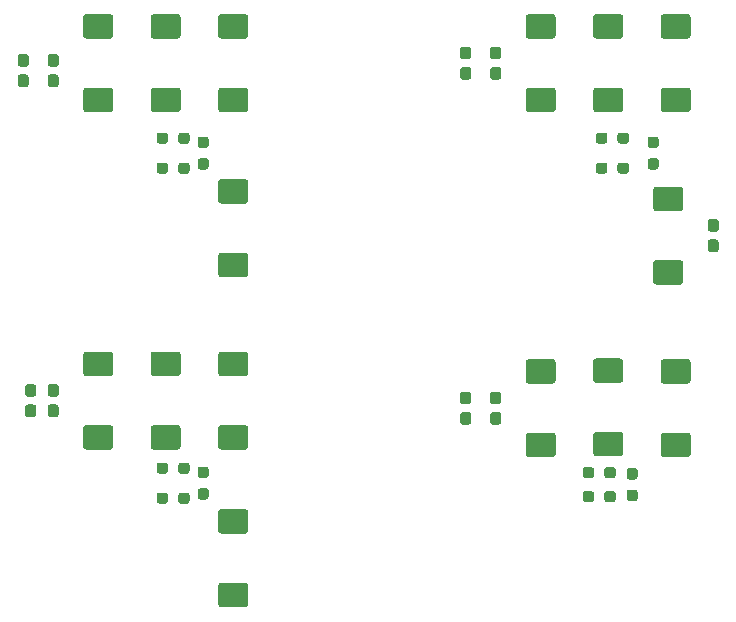
<source format=gbp>
%TF.GenerationSoftware,KiCad,Pcbnew,5.1.9+dfsg1-1*%
%TF.CreationDate,2021-04-28T20:37:39+02:00*%
%TF.ProjectId,Power_Board-2021,506f7765-725f-4426-9f61-72642d323032,rev?*%
%TF.SameCoordinates,Original*%
%TF.FileFunction,Paste,Bot*%
%TF.FilePolarity,Positive*%
%FSLAX46Y46*%
G04 Gerber Fmt 4.6, Leading zero omitted, Abs format (unit mm)*
G04 Created by KiCad (PCBNEW 5.1.9+dfsg1-1) date 2021-04-28 20:37:39*
%MOMM*%
%LPD*%
G01*
G04 APERTURE LIST*
G04 APERTURE END LIST*
%TO.C,C2002*%
G36*
G01*
X170425000Y-114470000D02*
X172475000Y-114470000D01*
G75*
G02*
X172725000Y-114720000I0J-250000D01*
G01*
X172725000Y-116295000D01*
G75*
G02*
X172475000Y-116545000I-250000J0D01*
G01*
X170425000Y-116545000D01*
G75*
G02*
X170175000Y-116295000I0J250000D01*
G01*
X170175000Y-114720000D01*
G75*
G02*
X170425000Y-114470000I250000J0D01*
G01*
G37*
G36*
G01*
X170425000Y-108245000D02*
X172475000Y-108245000D01*
G75*
G02*
X172725000Y-108495000I0J-250000D01*
G01*
X172725000Y-110070000D01*
G75*
G02*
X172475000Y-110320000I-250000J0D01*
G01*
X170425000Y-110320000D01*
G75*
G02*
X170175000Y-110070000I0J250000D01*
G01*
X170175000Y-108495000D01*
G75*
G02*
X170425000Y-108245000I250000J0D01*
G01*
G37*
%TD*%
%TO.C,C2006*%
G36*
G01*
X161045000Y-103210000D02*
X158995000Y-103210000D01*
G75*
G02*
X158745000Y-102960000I0J250000D01*
G01*
X158745000Y-101385000D01*
G75*
G02*
X158995000Y-101135000I250000J0D01*
G01*
X161045000Y-101135000D01*
G75*
G02*
X161295000Y-101385000I0J-250000D01*
G01*
X161295000Y-102960000D01*
G75*
G02*
X161045000Y-103210000I-250000J0D01*
G01*
G37*
G36*
G01*
X161045000Y-96985000D02*
X158995000Y-96985000D01*
G75*
G02*
X158745000Y-96735000I0J250000D01*
G01*
X158745000Y-95160000D01*
G75*
G02*
X158995000Y-94910000I250000J0D01*
G01*
X161045000Y-94910000D01*
G75*
G02*
X161295000Y-95160000I0J-250000D01*
G01*
X161295000Y-96735000D01*
G75*
G02*
X161045000Y-96985000I-250000J0D01*
G01*
G37*
%TD*%
%TO.C,C2008*%
G36*
G01*
X166760000Y-96985000D02*
X164710000Y-96985000D01*
G75*
G02*
X164460000Y-96735000I0J250000D01*
G01*
X164460000Y-95160000D01*
G75*
G02*
X164710000Y-94910000I250000J0D01*
G01*
X166760000Y-94910000D01*
G75*
G02*
X167010000Y-95160000I0J-250000D01*
G01*
X167010000Y-96735000D01*
G75*
G02*
X166760000Y-96985000I-250000J0D01*
G01*
G37*
G36*
G01*
X166760000Y-103210000D02*
X164710000Y-103210000D01*
G75*
G02*
X164460000Y-102960000I0J250000D01*
G01*
X164460000Y-101385000D01*
G75*
G02*
X164710000Y-101135000I250000J0D01*
G01*
X166760000Y-101135000D01*
G75*
G02*
X167010000Y-101385000I0J-250000D01*
G01*
X167010000Y-102960000D01*
G75*
G02*
X166760000Y-103210000I-250000J0D01*
G01*
G37*
%TD*%
%TO.C,C2010*%
G36*
G01*
X156447500Y-100460000D02*
X155972500Y-100460000D01*
G75*
G02*
X155735000Y-100222500I0J237500D01*
G01*
X155735000Y-99622500D01*
G75*
G02*
X155972500Y-99385000I237500J0D01*
G01*
X156447500Y-99385000D01*
G75*
G02*
X156685000Y-99622500I0J-237500D01*
G01*
X156685000Y-100222500D01*
G75*
G02*
X156447500Y-100460000I-237500J0D01*
G01*
G37*
G36*
G01*
X156447500Y-98735000D02*
X155972500Y-98735000D01*
G75*
G02*
X155735000Y-98497500I0J237500D01*
G01*
X155735000Y-97897500D01*
G75*
G02*
X155972500Y-97660000I237500J0D01*
G01*
X156447500Y-97660000D01*
G75*
G02*
X156685000Y-97897500I0J-237500D01*
G01*
X156685000Y-98497500D01*
G75*
G02*
X156447500Y-98735000I-237500J0D01*
G01*
G37*
%TD*%
%TO.C,C2011*%
G36*
G01*
X154542500Y-98735000D02*
X154067500Y-98735000D01*
G75*
G02*
X153830000Y-98497500I0J237500D01*
G01*
X153830000Y-97897500D01*
G75*
G02*
X154067500Y-97660000I237500J0D01*
G01*
X154542500Y-97660000D01*
G75*
G02*
X154780000Y-97897500I0J-237500D01*
G01*
X154780000Y-98497500D01*
G75*
G02*
X154542500Y-98735000I-237500J0D01*
G01*
G37*
G36*
G01*
X154542500Y-100460000D02*
X154067500Y-100460000D01*
G75*
G02*
X153830000Y-100222500I0J237500D01*
G01*
X153830000Y-99622500D01*
G75*
G02*
X154067500Y-99385000I237500J0D01*
G01*
X154542500Y-99385000D01*
G75*
G02*
X154780000Y-99622500I0J-237500D01*
G01*
X154780000Y-100222500D01*
G75*
G02*
X154542500Y-100460000I-237500J0D01*
G01*
G37*
%TD*%
%TO.C,C2012*%
G36*
G01*
X170425000Y-80305000D02*
X172475000Y-80305000D01*
G75*
G02*
X172725000Y-80555000I0J-250000D01*
G01*
X172725000Y-82130000D01*
G75*
G02*
X172475000Y-82380000I-250000J0D01*
G01*
X170425000Y-82380000D01*
G75*
G02*
X170175000Y-82130000I0J250000D01*
G01*
X170175000Y-80555000D01*
G75*
G02*
X170425000Y-80305000I250000J0D01*
G01*
G37*
G36*
G01*
X170425000Y-86530000D02*
X172475000Y-86530000D01*
G75*
G02*
X172725000Y-86780000I0J-250000D01*
G01*
X172725000Y-88355000D01*
G75*
G02*
X172475000Y-88605000I-250000J0D01*
G01*
X170425000Y-88605000D01*
G75*
G02*
X170175000Y-88355000I0J250000D01*
G01*
X170175000Y-86780000D01*
G75*
G02*
X170425000Y-86530000I250000J0D01*
G01*
G37*
%TD*%
%TO.C,C2016*%
G36*
G01*
X172475000Y-74635000D02*
X170425000Y-74635000D01*
G75*
G02*
X170175000Y-74385000I0J250000D01*
G01*
X170175000Y-72810000D01*
G75*
G02*
X170425000Y-72560000I250000J0D01*
G01*
X172475000Y-72560000D01*
G75*
G02*
X172725000Y-72810000I0J-250000D01*
G01*
X172725000Y-74385000D01*
G75*
G02*
X172475000Y-74635000I-250000J0D01*
G01*
G37*
G36*
G01*
X172475000Y-68410000D02*
X170425000Y-68410000D01*
G75*
G02*
X170175000Y-68160000I0J250000D01*
G01*
X170175000Y-66585000D01*
G75*
G02*
X170425000Y-66335000I250000J0D01*
G01*
X172475000Y-66335000D01*
G75*
G02*
X172725000Y-66585000I0J-250000D01*
G01*
X172725000Y-68160000D01*
G75*
G02*
X172475000Y-68410000I-250000J0D01*
G01*
G37*
%TD*%
%TO.C,C2017*%
G36*
G01*
X166760000Y-68410000D02*
X164710000Y-68410000D01*
G75*
G02*
X164460000Y-68160000I0J250000D01*
G01*
X164460000Y-66585000D01*
G75*
G02*
X164710000Y-66335000I250000J0D01*
G01*
X166760000Y-66335000D01*
G75*
G02*
X167010000Y-66585000I0J-250000D01*
G01*
X167010000Y-68160000D01*
G75*
G02*
X166760000Y-68410000I-250000J0D01*
G01*
G37*
G36*
G01*
X166760000Y-74635000D02*
X164710000Y-74635000D01*
G75*
G02*
X164460000Y-74385000I0J250000D01*
G01*
X164460000Y-72810000D01*
G75*
G02*
X164710000Y-72560000I250000J0D01*
G01*
X166760000Y-72560000D01*
G75*
G02*
X167010000Y-72810000I0J-250000D01*
G01*
X167010000Y-74385000D01*
G75*
G02*
X166760000Y-74635000I-250000J0D01*
G01*
G37*
%TD*%
%TO.C,C2018*%
G36*
G01*
X161045000Y-74635000D02*
X158995000Y-74635000D01*
G75*
G02*
X158745000Y-74385000I0J250000D01*
G01*
X158745000Y-72810000D01*
G75*
G02*
X158995000Y-72560000I250000J0D01*
G01*
X161045000Y-72560000D01*
G75*
G02*
X161295000Y-72810000I0J-250000D01*
G01*
X161295000Y-74385000D01*
G75*
G02*
X161045000Y-74635000I-250000J0D01*
G01*
G37*
G36*
G01*
X161045000Y-68410000D02*
X158995000Y-68410000D01*
G75*
G02*
X158745000Y-68160000I0J250000D01*
G01*
X158745000Y-66585000D01*
G75*
G02*
X158995000Y-66335000I250000J0D01*
G01*
X161045000Y-66335000D01*
G75*
G02*
X161295000Y-66585000I0J-250000D01*
G01*
X161295000Y-68160000D01*
G75*
G02*
X161045000Y-68410000I-250000J0D01*
G01*
G37*
%TD*%
%TO.C,C2020*%
G36*
G01*
X153907500Y-70795000D02*
X153432500Y-70795000D01*
G75*
G02*
X153195000Y-70557500I0J237500D01*
G01*
X153195000Y-69957500D01*
G75*
G02*
X153432500Y-69720000I237500J0D01*
G01*
X153907500Y-69720000D01*
G75*
G02*
X154145000Y-69957500I0J-237500D01*
G01*
X154145000Y-70557500D01*
G75*
G02*
X153907500Y-70795000I-237500J0D01*
G01*
G37*
G36*
G01*
X153907500Y-72520000D02*
X153432500Y-72520000D01*
G75*
G02*
X153195000Y-72282500I0J237500D01*
G01*
X153195000Y-71682500D01*
G75*
G02*
X153432500Y-71445000I237500J0D01*
G01*
X153907500Y-71445000D01*
G75*
G02*
X154145000Y-71682500I0J-237500D01*
G01*
X154145000Y-72282500D01*
G75*
G02*
X153907500Y-72520000I-237500J0D01*
G01*
G37*
%TD*%
%TO.C,C2021*%
G36*
G01*
X156447500Y-72520000D02*
X155972500Y-72520000D01*
G75*
G02*
X155735000Y-72282500I0J237500D01*
G01*
X155735000Y-71682500D01*
G75*
G02*
X155972500Y-71445000I237500J0D01*
G01*
X156447500Y-71445000D01*
G75*
G02*
X156685000Y-71682500I0J-237500D01*
G01*
X156685000Y-72282500D01*
G75*
G02*
X156447500Y-72520000I-237500J0D01*
G01*
G37*
G36*
G01*
X156447500Y-70795000D02*
X155972500Y-70795000D01*
G75*
G02*
X155735000Y-70557500I0J237500D01*
G01*
X155735000Y-69957500D01*
G75*
G02*
X155972500Y-69720000I237500J0D01*
G01*
X156447500Y-69720000D01*
G75*
G02*
X156685000Y-69957500I0J-237500D01*
G01*
X156685000Y-70557500D01*
G75*
G02*
X156447500Y-70795000I-237500J0D01*
G01*
G37*
%TD*%
%TO.C,C2027*%
G36*
G01*
X204225000Y-103782500D02*
X202175000Y-103782500D01*
G75*
G02*
X201925000Y-103532500I0J250000D01*
G01*
X201925000Y-101957500D01*
G75*
G02*
X202175000Y-101707500I250000J0D01*
G01*
X204225000Y-101707500D01*
G75*
G02*
X204475000Y-101957500I0J-250000D01*
G01*
X204475000Y-103532500D01*
G75*
G02*
X204225000Y-103782500I-250000J0D01*
G01*
G37*
G36*
G01*
X204225000Y-97557500D02*
X202175000Y-97557500D01*
G75*
G02*
X201925000Y-97307500I0J250000D01*
G01*
X201925000Y-95732500D01*
G75*
G02*
X202175000Y-95482500I250000J0D01*
G01*
X204225000Y-95482500D01*
G75*
G02*
X204475000Y-95732500I0J-250000D01*
G01*
X204475000Y-97307500D01*
G75*
G02*
X204225000Y-97557500I-250000J0D01*
G01*
G37*
%TD*%
%TO.C,C2028*%
G36*
G01*
X209940000Y-103845000D02*
X207890000Y-103845000D01*
G75*
G02*
X207640000Y-103595000I0J250000D01*
G01*
X207640000Y-102020000D01*
G75*
G02*
X207890000Y-101770000I250000J0D01*
G01*
X209940000Y-101770000D01*
G75*
G02*
X210190000Y-102020000I0J-250000D01*
G01*
X210190000Y-103595000D01*
G75*
G02*
X209940000Y-103845000I-250000J0D01*
G01*
G37*
G36*
G01*
X209940000Y-97620000D02*
X207890000Y-97620000D01*
G75*
G02*
X207640000Y-97370000I0J250000D01*
G01*
X207640000Y-95795000D01*
G75*
G02*
X207890000Y-95545000I250000J0D01*
G01*
X209940000Y-95545000D01*
G75*
G02*
X210190000Y-95795000I0J-250000D01*
G01*
X210190000Y-97370000D01*
G75*
G02*
X209940000Y-97620000I-250000J0D01*
G01*
G37*
%TD*%
%TO.C,C2029*%
G36*
G01*
X198510000Y-97620000D02*
X196460000Y-97620000D01*
G75*
G02*
X196210000Y-97370000I0J250000D01*
G01*
X196210000Y-95795000D01*
G75*
G02*
X196460000Y-95545000I250000J0D01*
G01*
X198510000Y-95545000D01*
G75*
G02*
X198760000Y-95795000I0J-250000D01*
G01*
X198760000Y-97370000D01*
G75*
G02*
X198510000Y-97620000I-250000J0D01*
G01*
G37*
G36*
G01*
X198510000Y-103845000D02*
X196460000Y-103845000D01*
G75*
G02*
X196210000Y-103595000I0J250000D01*
G01*
X196210000Y-102020000D01*
G75*
G02*
X196460000Y-101770000I250000J0D01*
G01*
X198510000Y-101770000D01*
G75*
G02*
X198760000Y-102020000I0J-250000D01*
G01*
X198760000Y-103595000D01*
G75*
G02*
X198510000Y-103845000I-250000J0D01*
G01*
G37*
%TD*%
%TO.C,C2031*%
G36*
G01*
X191372500Y-99370000D02*
X190897500Y-99370000D01*
G75*
G02*
X190660000Y-99132500I0J237500D01*
G01*
X190660000Y-98532500D01*
G75*
G02*
X190897500Y-98295000I237500J0D01*
G01*
X191372500Y-98295000D01*
G75*
G02*
X191610000Y-98532500I0J-237500D01*
G01*
X191610000Y-99132500D01*
G75*
G02*
X191372500Y-99370000I-237500J0D01*
G01*
G37*
G36*
G01*
X191372500Y-101095000D02*
X190897500Y-101095000D01*
G75*
G02*
X190660000Y-100857500I0J237500D01*
G01*
X190660000Y-100257500D01*
G75*
G02*
X190897500Y-100020000I237500J0D01*
G01*
X191372500Y-100020000D01*
G75*
G02*
X191610000Y-100257500I0J-237500D01*
G01*
X191610000Y-100857500D01*
G75*
G02*
X191372500Y-101095000I-237500J0D01*
G01*
G37*
%TD*%
%TO.C,C2032*%
G36*
G01*
X193912500Y-101095000D02*
X193437500Y-101095000D01*
G75*
G02*
X193200000Y-100857500I0J237500D01*
G01*
X193200000Y-100257500D01*
G75*
G02*
X193437500Y-100020000I237500J0D01*
G01*
X193912500Y-100020000D01*
G75*
G02*
X194150000Y-100257500I0J-237500D01*
G01*
X194150000Y-100857500D01*
G75*
G02*
X193912500Y-101095000I-237500J0D01*
G01*
G37*
G36*
G01*
X193912500Y-99370000D02*
X193437500Y-99370000D01*
G75*
G02*
X193200000Y-99132500I0J237500D01*
G01*
X193200000Y-98532500D01*
G75*
G02*
X193437500Y-98295000I237500J0D01*
G01*
X193912500Y-98295000D01*
G75*
G02*
X194150000Y-98532500I0J-237500D01*
G01*
X194150000Y-99132500D01*
G75*
G02*
X193912500Y-99370000I-237500J0D01*
G01*
G37*
%TD*%
%TO.C,C2033*%
G36*
G01*
X207255000Y-87165000D02*
X209305000Y-87165000D01*
G75*
G02*
X209555000Y-87415000I0J-250000D01*
G01*
X209555000Y-88990000D01*
G75*
G02*
X209305000Y-89240000I-250000J0D01*
G01*
X207255000Y-89240000D01*
G75*
G02*
X207005000Y-88990000I0J250000D01*
G01*
X207005000Y-87415000D01*
G75*
G02*
X207255000Y-87165000I250000J0D01*
G01*
G37*
G36*
G01*
X207255000Y-80940000D02*
X209305000Y-80940000D01*
G75*
G02*
X209555000Y-81190000I0J-250000D01*
G01*
X209555000Y-82765000D01*
G75*
G02*
X209305000Y-83015000I-250000J0D01*
G01*
X207255000Y-83015000D01*
G75*
G02*
X207005000Y-82765000I0J250000D01*
G01*
X207005000Y-81190000D01*
G75*
G02*
X207255000Y-80940000I250000J0D01*
G01*
G37*
%TD*%
%TO.C,C2037*%
G36*
G01*
X198510000Y-68410000D02*
X196460000Y-68410000D01*
G75*
G02*
X196210000Y-68160000I0J250000D01*
G01*
X196210000Y-66585000D01*
G75*
G02*
X196460000Y-66335000I250000J0D01*
G01*
X198510000Y-66335000D01*
G75*
G02*
X198760000Y-66585000I0J-250000D01*
G01*
X198760000Y-68160000D01*
G75*
G02*
X198510000Y-68410000I-250000J0D01*
G01*
G37*
G36*
G01*
X198510000Y-74635000D02*
X196460000Y-74635000D01*
G75*
G02*
X196210000Y-74385000I0J250000D01*
G01*
X196210000Y-72810000D01*
G75*
G02*
X196460000Y-72560000I250000J0D01*
G01*
X198510000Y-72560000D01*
G75*
G02*
X198760000Y-72810000I0J-250000D01*
G01*
X198760000Y-74385000D01*
G75*
G02*
X198510000Y-74635000I-250000J0D01*
G01*
G37*
%TD*%
%TO.C,C2038*%
G36*
G01*
X204225000Y-74635000D02*
X202175000Y-74635000D01*
G75*
G02*
X201925000Y-74385000I0J250000D01*
G01*
X201925000Y-72810000D01*
G75*
G02*
X202175000Y-72560000I250000J0D01*
G01*
X204225000Y-72560000D01*
G75*
G02*
X204475000Y-72810000I0J-250000D01*
G01*
X204475000Y-74385000D01*
G75*
G02*
X204225000Y-74635000I-250000J0D01*
G01*
G37*
G36*
G01*
X204225000Y-68410000D02*
X202175000Y-68410000D01*
G75*
G02*
X201925000Y-68160000I0J250000D01*
G01*
X201925000Y-66585000D01*
G75*
G02*
X202175000Y-66335000I250000J0D01*
G01*
X204225000Y-66335000D01*
G75*
G02*
X204475000Y-66585000I0J-250000D01*
G01*
X204475000Y-68160000D01*
G75*
G02*
X204225000Y-68410000I-250000J0D01*
G01*
G37*
%TD*%
%TO.C,C2039*%
G36*
G01*
X209940000Y-68410000D02*
X207890000Y-68410000D01*
G75*
G02*
X207640000Y-68160000I0J250000D01*
G01*
X207640000Y-66585000D01*
G75*
G02*
X207890000Y-66335000I250000J0D01*
G01*
X209940000Y-66335000D01*
G75*
G02*
X210190000Y-66585000I0J-250000D01*
G01*
X210190000Y-68160000D01*
G75*
G02*
X209940000Y-68410000I-250000J0D01*
G01*
G37*
G36*
G01*
X209940000Y-74635000D02*
X207890000Y-74635000D01*
G75*
G02*
X207640000Y-74385000I0J250000D01*
G01*
X207640000Y-72810000D01*
G75*
G02*
X207890000Y-72560000I250000J0D01*
G01*
X209940000Y-72560000D01*
G75*
G02*
X210190000Y-72810000I0J-250000D01*
G01*
X210190000Y-74385000D01*
G75*
G02*
X209940000Y-74635000I-250000J0D01*
G01*
G37*
%TD*%
%TO.C,C2041*%
G36*
G01*
X191372500Y-71885000D02*
X190897500Y-71885000D01*
G75*
G02*
X190660000Y-71647500I0J237500D01*
G01*
X190660000Y-71047500D01*
G75*
G02*
X190897500Y-70810000I237500J0D01*
G01*
X191372500Y-70810000D01*
G75*
G02*
X191610000Y-71047500I0J-237500D01*
G01*
X191610000Y-71647500D01*
G75*
G02*
X191372500Y-71885000I-237500J0D01*
G01*
G37*
G36*
G01*
X191372500Y-70160000D02*
X190897500Y-70160000D01*
G75*
G02*
X190660000Y-69922500I0J237500D01*
G01*
X190660000Y-69322500D01*
G75*
G02*
X190897500Y-69085000I237500J0D01*
G01*
X191372500Y-69085000D01*
G75*
G02*
X191610000Y-69322500I0J-237500D01*
G01*
X191610000Y-69922500D01*
G75*
G02*
X191372500Y-70160000I-237500J0D01*
G01*
G37*
%TD*%
%TO.C,C2042*%
G36*
G01*
X193912500Y-70160000D02*
X193437500Y-70160000D01*
G75*
G02*
X193200000Y-69922500I0J237500D01*
G01*
X193200000Y-69322500D01*
G75*
G02*
X193437500Y-69085000I237500J0D01*
G01*
X193912500Y-69085000D01*
G75*
G02*
X194150000Y-69322500I0J-237500D01*
G01*
X194150000Y-69922500D01*
G75*
G02*
X193912500Y-70160000I-237500J0D01*
G01*
G37*
G36*
G01*
X193912500Y-71885000D02*
X193437500Y-71885000D01*
G75*
G02*
X193200000Y-71647500I0J237500D01*
G01*
X193200000Y-71047500D01*
G75*
G02*
X193437500Y-70810000I237500J0D01*
G01*
X193912500Y-70810000D01*
G75*
G02*
X194150000Y-71047500I0J-237500D01*
G01*
X194150000Y-71647500D01*
G75*
G02*
X193912500Y-71885000I-237500J0D01*
G01*
G37*
%TD*%
%TO.C,R2001*%
G36*
G01*
X168672500Y-106470000D02*
X169147500Y-106470000D01*
G75*
G02*
X169385000Y-106707500I0J-237500D01*
G01*
X169385000Y-107207500D01*
G75*
G02*
X169147500Y-107445000I-237500J0D01*
G01*
X168672500Y-107445000D01*
G75*
G02*
X168435000Y-107207500I0J237500D01*
G01*
X168435000Y-106707500D01*
G75*
G02*
X168672500Y-106470000I237500J0D01*
G01*
G37*
G36*
G01*
X168672500Y-104645000D02*
X169147500Y-104645000D01*
G75*
G02*
X169385000Y-104882500I0J-237500D01*
G01*
X169385000Y-105382500D01*
G75*
G02*
X169147500Y-105620000I-237500J0D01*
G01*
X168672500Y-105620000D01*
G75*
G02*
X168435000Y-105382500I0J237500D01*
G01*
X168435000Y-104882500D01*
G75*
G02*
X168672500Y-104645000I237500J0D01*
G01*
G37*
%TD*%
%TO.C,R2002*%
G36*
G01*
X164970000Y-105012500D02*
X164970000Y-104537500D01*
G75*
G02*
X165207500Y-104300000I237500J0D01*
G01*
X165707500Y-104300000D01*
G75*
G02*
X165945000Y-104537500I0J-237500D01*
G01*
X165945000Y-105012500D01*
G75*
G02*
X165707500Y-105250000I-237500J0D01*
G01*
X165207500Y-105250000D01*
G75*
G02*
X164970000Y-105012500I0J237500D01*
G01*
G37*
G36*
G01*
X166795000Y-105012500D02*
X166795000Y-104537500D01*
G75*
G02*
X167032500Y-104300000I237500J0D01*
G01*
X167532500Y-104300000D01*
G75*
G02*
X167770000Y-104537500I0J-237500D01*
G01*
X167770000Y-105012500D01*
G75*
G02*
X167532500Y-105250000I-237500J0D01*
G01*
X167032500Y-105250000D01*
G75*
G02*
X166795000Y-105012500I0J237500D01*
G01*
G37*
%TD*%
%TO.C,R2003*%
G36*
G01*
X165945000Y-107077500D02*
X165945000Y-107552500D01*
G75*
G02*
X165707500Y-107790000I-237500J0D01*
G01*
X165207500Y-107790000D01*
G75*
G02*
X164970000Y-107552500I0J237500D01*
G01*
X164970000Y-107077500D01*
G75*
G02*
X165207500Y-106840000I237500J0D01*
G01*
X165707500Y-106840000D01*
G75*
G02*
X165945000Y-107077500I0J-237500D01*
G01*
G37*
G36*
G01*
X167770000Y-107077500D02*
X167770000Y-107552500D01*
G75*
G02*
X167532500Y-107790000I-237500J0D01*
G01*
X167032500Y-107790000D01*
G75*
G02*
X166795000Y-107552500I0J237500D01*
G01*
X166795000Y-107077500D01*
G75*
G02*
X167032500Y-106840000I237500J0D01*
G01*
X167532500Y-106840000D01*
G75*
G02*
X167770000Y-107077500I0J-237500D01*
G01*
G37*
%TD*%
%TO.C,R2005*%
G36*
G01*
X168672500Y-76705000D02*
X169147500Y-76705000D01*
G75*
G02*
X169385000Y-76942500I0J-237500D01*
G01*
X169385000Y-77442500D01*
G75*
G02*
X169147500Y-77680000I-237500J0D01*
G01*
X168672500Y-77680000D01*
G75*
G02*
X168435000Y-77442500I0J237500D01*
G01*
X168435000Y-76942500D01*
G75*
G02*
X168672500Y-76705000I237500J0D01*
G01*
G37*
G36*
G01*
X168672500Y-78530000D02*
X169147500Y-78530000D01*
G75*
G02*
X169385000Y-78767500I0J-237500D01*
G01*
X169385000Y-79267500D01*
G75*
G02*
X169147500Y-79505000I-237500J0D01*
G01*
X168672500Y-79505000D01*
G75*
G02*
X168435000Y-79267500I0J237500D01*
G01*
X168435000Y-78767500D01*
G75*
G02*
X168672500Y-78530000I237500J0D01*
G01*
G37*
%TD*%
%TO.C,R2006*%
G36*
G01*
X164970000Y-77072500D02*
X164970000Y-76597500D01*
G75*
G02*
X165207500Y-76360000I237500J0D01*
G01*
X165707500Y-76360000D01*
G75*
G02*
X165945000Y-76597500I0J-237500D01*
G01*
X165945000Y-77072500D01*
G75*
G02*
X165707500Y-77310000I-237500J0D01*
G01*
X165207500Y-77310000D01*
G75*
G02*
X164970000Y-77072500I0J237500D01*
G01*
G37*
G36*
G01*
X166795000Y-77072500D02*
X166795000Y-76597500D01*
G75*
G02*
X167032500Y-76360000I237500J0D01*
G01*
X167532500Y-76360000D01*
G75*
G02*
X167770000Y-76597500I0J-237500D01*
G01*
X167770000Y-77072500D01*
G75*
G02*
X167532500Y-77310000I-237500J0D01*
G01*
X167032500Y-77310000D01*
G75*
G02*
X166795000Y-77072500I0J237500D01*
G01*
G37*
%TD*%
%TO.C,R2007*%
G36*
G01*
X165945000Y-79137500D02*
X165945000Y-79612500D01*
G75*
G02*
X165707500Y-79850000I-237500J0D01*
G01*
X165207500Y-79850000D01*
G75*
G02*
X164970000Y-79612500I0J237500D01*
G01*
X164970000Y-79137500D01*
G75*
G02*
X165207500Y-78900000I237500J0D01*
G01*
X165707500Y-78900000D01*
G75*
G02*
X165945000Y-79137500I0J-237500D01*
G01*
G37*
G36*
G01*
X167770000Y-79137500D02*
X167770000Y-79612500D01*
G75*
G02*
X167532500Y-79850000I-237500J0D01*
G01*
X167032500Y-79850000D01*
G75*
G02*
X166795000Y-79612500I0J237500D01*
G01*
X166795000Y-79137500D01*
G75*
G02*
X167032500Y-78900000I237500J0D01*
G01*
X167532500Y-78900000D01*
G75*
G02*
X167770000Y-79137500I0J-237500D01*
G01*
G37*
%TD*%
%TO.C,R2009*%
G36*
G01*
X204994500Y-106597000D02*
X205469500Y-106597000D01*
G75*
G02*
X205707000Y-106834500I0J-237500D01*
G01*
X205707000Y-107334500D01*
G75*
G02*
X205469500Y-107572000I-237500J0D01*
G01*
X204994500Y-107572000D01*
G75*
G02*
X204757000Y-107334500I0J237500D01*
G01*
X204757000Y-106834500D01*
G75*
G02*
X204994500Y-106597000I237500J0D01*
G01*
G37*
G36*
G01*
X204994500Y-104772000D02*
X205469500Y-104772000D01*
G75*
G02*
X205707000Y-105009500I0J-237500D01*
G01*
X205707000Y-105509500D01*
G75*
G02*
X205469500Y-105747000I-237500J0D01*
G01*
X204994500Y-105747000D01*
G75*
G02*
X204757000Y-105509500I0J237500D01*
G01*
X204757000Y-105009500D01*
G75*
G02*
X204994500Y-104772000I237500J0D01*
G01*
G37*
%TD*%
%TO.C,R2010*%
G36*
G01*
X202863000Y-105393500D02*
X202863000Y-104918500D01*
G75*
G02*
X203100500Y-104681000I237500J0D01*
G01*
X203600500Y-104681000D01*
G75*
G02*
X203838000Y-104918500I0J-237500D01*
G01*
X203838000Y-105393500D01*
G75*
G02*
X203600500Y-105631000I-237500J0D01*
G01*
X203100500Y-105631000D01*
G75*
G02*
X202863000Y-105393500I0J237500D01*
G01*
G37*
G36*
G01*
X201038000Y-105393500D02*
X201038000Y-104918500D01*
G75*
G02*
X201275500Y-104681000I237500J0D01*
G01*
X201775500Y-104681000D01*
G75*
G02*
X202013000Y-104918500I0J-237500D01*
G01*
X202013000Y-105393500D01*
G75*
G02*
X201775500Y-105631000I-237500J0D01*
G01*
X201275500Y-105631000D01*
G75*
G02*
X201038000Y-105393500I0J237500D01*
G01*
G37*
%TD*%
%TO.C,R2011*%
G36*
G01*
X202013000Y-106950500D02*
X202013000Y-107425500D01*
G75*
G02*
X201775500Y-107663000I-237500J0D01*
G01*
X201275500Y-107663000D01*
G75*
G02*
X201038000Y-107425500I0J237500D01*
G01*
X201038000Y-106950500D01*
G75*
G02*
X201275500Y-106713000I237500J0D01*
G01*
X201775500Y-106713000D01*
G75*
G02*
X202013000Y-106950500I0J-237500D01*
G01*
G37*
G36*
G01*
X203838000Y-106950500D02*
X203838000Y-107425500D01*
G75*
G02*
X203600500Y-107663000I-237500J0D01*
G01*
X203100500Y-107663000D01*
G75*
G02*
X202863000Y-107425500I0J237500D01*
G01*
X202863000Y-106950500D01*
G75*
G02*
X203100500Y-106713000I237500J0D01*
G01*
X203600500Y-106713000D01*
G75*
G02*
X203838000Y-106950500I0J-237500D01*
G01*
G37*
%TD*%
%TO.C,R2013*%
G36*
G01*
X206772500Y-76705000D02*
X207247500Y-76705000D01*
G75*
G02*
X207485000Y-76942500I0J-237500D01*
G01*
X207485000Y-77442500D01*
G75*
G02*
X207247500Y-77680000I-237500J0D01*
G01*
X206772500Y-77680000D01*
G75*
G02*
X206535000Y-77442500I0J237500D01*
G01*
X206535000Y-76942500D01*
G75*
G02*
X206772500Y-76705000I237500J0D01*
G01*
G37*
G36*
G01*
X206772500Y-78530000D02*
X207247500Y-78530000D01*
G75*
G02*
X207485000Y-78767500I0J-237500D01*
G01*
X207485000Y-79267500D01*
G75*
G02*
X207247500Y-79505000I-237500J0D01*
G01*
X206772500Y-79505000D01*
G75*
G02*
X206535000Y-79267500I0J237500D01*
G01*
X206535000Y-78767500D01*
G75*
G02*
X206772500Y-78530000I237500J0D01*
G01*
G37*
%TD*%
%TO.C,R2014*%
G36*
G01*
X202157500Y-77072500D02*
X202157500Y-76597500D01*
G75*
G02*
X202395000Y-76360000I237500J0D01*
G01*
X202895000Y-76360000D01*
G75*
G02*
X203132500Y-76597500I0J-237500D01*
G01*
X203132500Y-77072500D01*
G75*
G02*
X202895000Y-77310000I-237500J0D01*
G01*
X202395000Y-77310000D01*
G75*
G02*
X202157500Y-77072500I0J237500D01*
G01*
G37*
G36*
G01*
X203982500Y-77072500D02*
X203982500Y-76597500D01*
G75*
G02*
X204220000Y-76360000I237500J0D01*
G01*
X204720000Y-76360000D01*
G75*
G02*
X204957500Y-76597500I0J-237500D01*
G01*
X204957500Y-77072500D01*
G75*
G02*
X204720000Y-77310000I-237500J0D01*
G01*
X204220000Y-77310000D01*
G75*
G02*
X203982500Y-77072500I0J237500D01*
G01*
G37*
%TD*%
%TO.C,R2015*%
G36*
G01*
X203132500Y-79137500D02*
X203132500Y-79612500D01*
G75*
G02*
X202895000Y-79850000I-237500J0D01*
G01*
X202395000Y-79850000D01*
G75*
G02*
X202157500Y-79612500I0J237500D01*
G01*
X202157500Y-79137500D01*
G75*
G02*
X202395000Y-78900000I237500J0D01*
G01*
X202895000Y-78900000D01*
G75*
G02*
X203132500Y-79137500I0J-237500D01*
G01*
G37*
G36*
G01*
X204957500Y-79137500D02*
X204957500Y-79612500D01*
G75*
G02*
X204720000Y-79850000I-237500J0D01*
G01*
X204220000Y-79850000D01*
G75*
G02*
X203982500Y-79612500I0J237500D01*
G01*
X203982500Y-79137500D01*
G75*
G02*
X204220000Y-78900000I237500J0D01*
G01*
X204720000Y-78900000D01*
G75*
G02*
X204957500Y-79137500I0J-237500D01*
G01*
G37*
%TD*%
%TO.C,C2007*%
G36*
G01*
X172475000Y-103210000D02*
X170425000Y-103210000D01*
G75*
G02*
X170175000Y-102960000I0J250000D01*
G01*
X170175000Y-101385000D01*
G75*
G02*
X170425000Y-101135000I250000J0D01*
G01*
X172475000Y-101135000D01*
G75*
G02*
X172725000Y-101385000I0J-250000D01*
G01*
X172725000Y-102960000D01*
G75*
G02*
X172475000Y-103210000I-250000J0D01*
G01*
G37*
G36*
G01*
X172475000Y-96985000D02*
X170425000Y-96985000D01*
G75*
G02*
X170175000Y-96735000I0J250000D01*
G01*
X170175000Y-95160000D01*
G75*
G02*
X170425000Y-94910000I250000J0D01*
G01*
X172475000Y-94910000D01*
G75*
G02*
X172725000Y-95160000I0J-250000D01*
G01*
X172725000Y-96735000D01*
G75*
G02*
X172475000Y-96985000I-250000J0D01*
G01*
G37*
%TD*%
%TO.C,C2034*%
G36*
G01*
X211852500Y-83690000D02*
X212327500Y-83690000D01*
G75*
G02*
X212565000Y-83927500I0J-237500D01*
G01*
X212565000Y-84527500D01*
G75*
G02*
X212327500Y-84765000I-237500J0D01*
G01*
X211852500Y-84765000D01*
G75*
G02*
X211615000Y-84527500I0J237500D01*
G01*
X211615000Y-83927500D01*
G75*
G02*
X211852500Y-83690000I237500J0D01*
G01*
G37*
G36*
G01*
X211852500Y-85415000D02*
X212327500Y-85415000D01*
G75*
G02*
X212565000Y-85652500I0J-237500D01*
G01*
X212565000Y-86252500D01*
G75*
G02*
X212327500Y-86490000I-237500J0D01*
G01*
X211852500Y-86490000D01*
G75*
G02*
X211615000Y-86252500I0J237500D01*
G01*
X211615000Y-85652500D01*
G75*
G02*
X211852500Y-85415000I237500J0D01*
G01*
G37*
%TD*%
M02*

</source>
